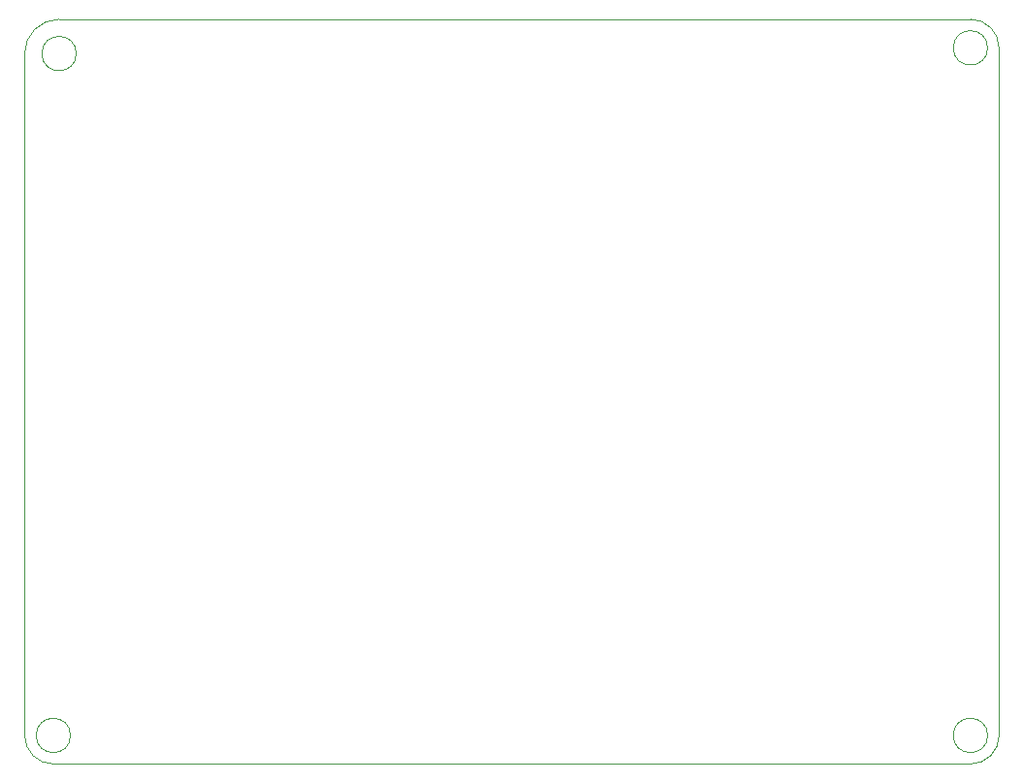
<source format=gm1>
G04 #@! TF.GenerationSoftware,KiCad,Pcbnew,8.0.3-8.0.3-0~ubuntu20.04.1*
G04 #@! TF.CreationDate,2025-03-17T01:47:30-03:00*
G04 #@! TF.ProjectId,fuente_regulable,6675656e-7465-45f7-9265-67756c61626c,rev?*
G04 #@! TF.SameCoordinates,Original*
G04 #@! TF.FileFunction,Profile,NP*
%FSLAX46Y46*%
G04 Gerber Fmt 4.6, Leading zero omitted, Abs format (unit mm)*
G04 Created by KiCad (PCBNEW 8.0.3-8.0.3-0~ubuntu20.04.1) date 2025-03-17 01:47:30*
%MOMM*%
%LPD*%
G01*
G04 APERTURE LIST*
G04 #@! TA.AperFunction,Profile*
%ADD10C,0.050000*%
G04 #@! TD*
G04 APERTURE END LIST*
D10*
X135000000Y-112500000D02*
G75*
G02*
X132500000Y-115000000I-2500000J0D01*
G01*
X52500000Y-115000000D02*
G75*
G02*
X50000000Y-112500000I0J2500000D01*
G01*
X50000000Y-53000000D02*
G75*
G02*
X53000000Y-50000000I3000000J0D01*
G01*
X132500000Y-50000000D02*
G75*
G02*
X135000000Y-52500000I0J-2500000D01*
G01*
X135000000Y-112500000D02*
X135000000Y-52500000D01*
X52500000Y-115000000D02*
X132500000Y-115000000D01*
X50000000Y-53000000D02*
X50000000Y-112500000D01*
X132500000Y-50000000D02*
X53000000Y-50000000D01*
X134000000Y-112500000D02*
G75*
G02*
X131000000Y-112500000I-1500000J0D01*
G01*
X131000000Y-112500000D02*
G75*
G02*
X134000000Y-112500000I1500000J0D01*
G01*
X134000000Y-52500000D02*
G75*
G02*
X131000000Y-52500000I-1500000J0D01*
G01*
X131000000Y-52500000D02*
G75*
G02*
X134000000Y-52500000I1500000J0D01*
G01*
X54000000Y-112500000D02*
G75*
G02*
X51000000Y-112500000I-1500000J0D01*
G01*
X51000000Y-112500000D02*
G75*
G02*
X54000000Y-112500000I1500000J0D01*
G01*
X54500000Y-53000000D02*
G75*
G02*
X51500000Y-53000000I-1500000J0D01*
G01*
X51500000Y-53000000D02*
G75*
G02*
X54500000Y-53000000I1500000J0D01*
G01*
M02*

</source>
